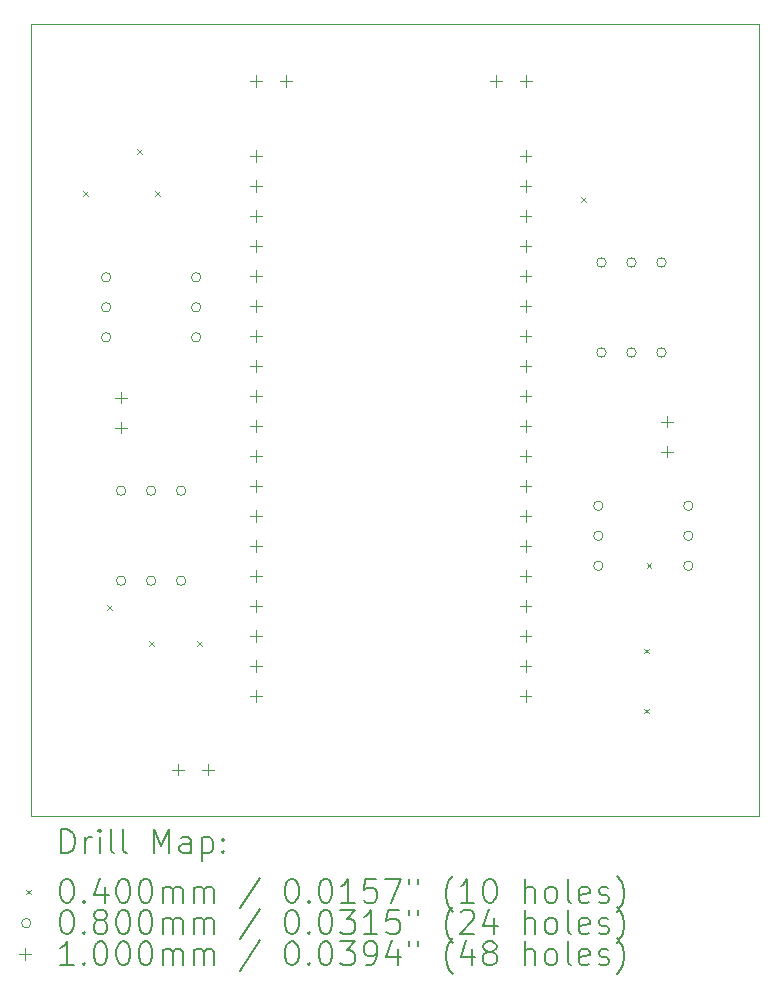
<source format=gbr>
%FSLAX45Y45*%
G04 Gerber Fmt 4.5, Leading zero omitted, Abs format (unit mm)*
G04 Created by KiCad (PCBNEW (6.0.2)) date 2022-12-04 09:31:24*
%MOMM*%
%LPD*%
G01*
G04 APERTURE LIST*
%TA.AperFunction,Profile*%
%ADD10C,0.050000*%
%TD*%
%ADD11C,0.200000*%
%ADD12C,0.040000*%
%ADD13C,0.080000*%
%ADD14C,0.100000*%
G04 APERTURE END LIST*
D10*
X15557500Y-11112500D02*
X9398000Y-11112500D01*
X9398000Y-11112500D02*
X9398000Y-4406900D01*
X9398000Y-4406900D02*
X15557500Y-4406900D01*
X15557500Y-4406900D02*
X15557500Y-11112500D01*
D11*
D12*
X9835200Y-5822000D02*
X9875200Y-5862000D01*
X9875200Y-5822000D02*
X9835200Y-5862000D01*
X10038400Y-9327200D02*
X10078400Y-9367200D01*
X10078400Y-9327200D02*
X10038400Y-9367200D01*
X10292400Y-5466400D02*
X10332400Y-5506400D01*
X10332400Y-5466400D02*
X10292400Y-5506400D01*
X10394000Y-9632000D02*
X10434000Y-9672000D01*
X10434000Y-9632000D02*
X10394000Y-9672000D01*
X10444800Y-5822000D02*
X10484800Y-5862000D01*
X10484800Y-5822000D02*
X10444800Y-5862000D01*
X10800400Y-9632000D02*
X10840400Y-9672000D01*
X10840400Y-9632000D02*
X10800400Y-9672000D01*
X14051600Y-5872800D02*
X14091600Y-5912800D01*
X14091600Y-5872800D02*
X14051600Y-5912800D01*
X14585000Y-9695500D02*
X14625000Y-9735500D01*
X14625000Y-9695500D02*
X14585000Y-9735500D01*
X14585000Y-10203500D02*
X14625000Y-10243500D01*
X14625000Y-10203500D02*
X14585000Y-10243500D01*
X14608900Y-8973100D02*
X14648900Y-9013100D01*
X14648900Y-8973100D02*
X14608900Y-9013100D01*
D13*
X10072000Y-6551700D02*
G75*
G03*
X10072000Y-6551700I-40000J0D01*
G01*
X10072000Y-6805700D02*
G75*
G03*
X10072000Y-6805700I-40000J0D01*
G01*
X10072000Y-7059700D02*
G75*
G03*
X10072000Y-7059700I-40000J0D01*
G01*
X10198500Y-8357600D02*
G75*
G03*
X10198500Y-8357600I-40000J0D01*
G01*
X10198500Y-9119600D02*
G75*
G03*
X10198500Y-9119600I-40000J0D01*
G01*
X10452500Y-8357600D02*
G75*
G03*
X10452500Y-8357600I-40000J0D01*
G01*
X10452500Y-9119600D02*
G75*
G03*
X10452500Y-9119600I-40000J0D01*
G01*
X10706500Y-8357600D02*
G75*
G03*
X10706500Y-8357600I-40000J0D01*
G01*
X10706500Y-9119600D02*
G75*
G03*
X10706500Y-9119600I-40000J0D01*
G01*
X10834000Y-6551700D02*
G75*
G03*
X10834000Y-6551700I-40000J0D01*
G01*
X10834000Y-6805700D02*
G75*
G03*
X10834000Y-6805700I-40000J0D01*
G01*
X10834000Y-7059700D02*
G75*
G03*
X10834000Y-7059700I-40000J0D01*
G01*
X14239600Y-8485100D02*
G75*
G03*
X14239600Y-8485100I-40000J0D01*
G01*
X14239600Y-8739100D02*
G75*
G03*
X14239600Y-8739100I-40000J0D01*
G01*
X14239600Y-8993100D02*
G75*
G03*
X14239600Y-8993100I-40000J0D01*
G01*
X14265500Y-6425200D02*
G75*
G03*
X14265500Y-6425200I-40000J0D01*
G01*
X14265500Y-7187200D02*
G75*
G03*
X14265500Y-7187200I-40000J0D01*
G01*
X14519500Y-6425200D02*
G75*
G03*
X14519500Y-6425200I-40000J0D01*
G01*
X14519500Y-7187200D02*
G75*
G03*
X14519500Y-7187200I-40000J0D01*
G01*
X14773500Y-6425200D02*
G75*
G03*
X14773500Y-6425200I-40000J0D01*
G01*
X14773500Y-7187200D02*
G75*
G03*
X14773500Y-7187200I-40000J0D01*
G01*
X15001600Y-8485100D02*
G75*
G03*
X15001600Y-8485100I-40000J0D01*
G01*
X15001600Y-8739100D02*
G75*
G03*
X15001600Y-8739100I-40000J0D01*
G01*
X15001600Y-8993100D02*
G75*
G03*
X15001600Y-8993100I-40000J0D01*
G01*
D14*
X10160000Y-7519200D02*
X10160000Y-7619200D01*
X10110000Y-7569200D02*
X10210000Y-7569200D01*
X10160000Y-7773200D02*
X10160000Y-7873200D01*
X10110000Y-7823200D02*
X10210000Y-7823200D01*
X10642100Y-10668800D02*
X10642100Y-10768800D01*
X10592100Y-10718800D02*
X10692100Y-10718800D01*
X10896100Y-10668800D02*
X10896100Y-10768800D01*
X10846100Y-10718800D02*
X10946100Y-10718800D01*
X11303000Y-4839500D02*
X11303000Y-4939500D01*
X11253000Y-4889500D02*
X11353000Y-4889500D01*
X11303000Y-5475500D02*
X11303000Y-5575500D01*
X11253000Y-5525500D02*
X11353000Y-5525500D01*
X11303000Y-5729500D02*
X11303000Y-5829500D01*
X11253000Y-5779500D02*
X11353000Y-5779500D01*
X11303000Y-5983500D02*
X11303000Y-6083500D01*
X11253000Y-6033500D02*
X11353000Y-6033500D01*
X11303000Y-6237500D02*
X11303000Y-6337500D01*
X11253000Y-6287500D02*
X11353000Y-6287500D01*
X11303000Y-6491500D02*
X11303000Y-6591500D01*
X11253000Y-6541500D02*
X11353000Y-6541500D01*
X11303000Y-6745500D02*
X11303000Y-6845500D01*
X11253000Y-6795500D02*
X11353000Y-6795500D01*
X11303000Y-6999500D02*
X11303000Y-7099500D01*
X11253000Y-7049500D02*
X11353000Y-7049500D01*
X11303000Y-7253500D02*
X11303000Y-7353500D01*
X11253000Y-7303500D02*
X11353000Y-7303500D01*
X11303000Y-7507500D02*
X11303000Y-7607500D01*
X11253000Y-7557500D02*
X11353000Y-7557500D01*
X11303000Y-7761500D02*
X11303000Y-7861500D01*
X11253000Y-7811500D02*
X11353000Y-7811500D01*
X11303000Y-8015500D02*
X11303000Y-8115500D01*
X11253000Y-8065500D02*
X11353000Y-8065500D01*
X11303000Y-8269500D02*
X11303000Y-8369500D01*
X11253000Y-8319500D02*
X11353000Y-8319500D01*
X11303000Y-8523500D02*
X11303000Y-8623500D01*
X11253000Y-8573500D02*
X11353000Y-8573500D01*
X11303000Y-8777500D02*
X11303000Y-8877500D01*
X11253000Y-8827500D02*
X11353000Y-8827500D01*
X11303000Y-9031500D02*
X11303000Y-9131500D01*
X11253000Y-9081500D02*
X11353000Y-9081500D01*
X11303000Y-9285500D02*
X11303000Y-9385500D01*
X11253000Y-9335500D02*
X11353000Y-9335500D01*
X11303000Y-9539500D02*
X11303000Y-9639500D01*
X11253000Y-9589500D02*
X11353000Y-9589500D01*
X11303000Y-9793500D02*
X11303000Y-9893500D01*
X11253000Y-9843500D02*
X11353000Y-9843500D01*
X11303000Y-10047500D02*
X11303000Y-10147500D01*
X11253000Y-10097500D02*
X11353000Y-10097500D01*
X11557000Y-4839500D02*
X11557000Y-4939500D01*
X11507000Y-4889500D02*
X11607000Y-4889500D01*
X13335000Y-4839500D02*
X13335000Y-4939500D01*
X13285000Y-4889500D02*
X13385000Y-4889500D01*
X13583000Y-5474500D02*
X13583000Y-5574500D01*
X13533000Y-5524500D02*
X13633000Y-5524500D01*
X13583000Y-5728500D02*
X13583000Y-5828500D01*
X13533000Y-5778500D02*
X13633000Y-5778500D01*
X13583000Y-5982500D02*
X13583000Y-6082500D01*
X13533000Y-6032500D02*
X13633000Y-6032500D01*
X13583000Y-6236500D02*
X13583000Y-6336500D01*
X13533000Y-6286500D02*
X13633000Y-6286500D01*
X13583000Y-6490500D02*
X13583000Y-6590500D01*
X13533000Y-6540500D02*
X13633000Y-6540500D01*
X13583000Y-6744500D02*
X13583000Y-6844500D01*
X13533000Y-6794500D02*
X13633000Y-6794500D01*
X13583000Y-6998500D02*
X13583000Y-7098500D01*
X13533000Y-7048500D02*
X13633000Y-7048500D01*
X13583000Y-7252500D02*
X13583000Y-7352500D01*
X13533000Y-7302500D02*
X13633000Y-7302500D01*
X13583000Y-7506500D02*
X13583000Y-7606500D01*
X13533000Y-7556500D02*
X13633000Y-7556500D01*
X13583000Y-7760500D02*
X13583000Y-7860500D01*
X13533000Y-7810500D02*
X13633000Y-7810500D01*
X13583000Y-8014500D02*
X13583000Y-8114500D01*
X13533000Y-8064500D02*
X13633000Y-8064500D01*
X13583000Y-8268500D02*
X13583000Y-8368500D01*
X13533000Y-8318500D02*
X13633000Y-8318500D01*
X13583000Y-8522500D02*
X13583000Y-8622500D01*
X13533000Y-8572500D02*
X13633000Y-8572500D01*
X13583000Y-8776500D02*
X13583000Y-8876500D01*
X13533000Y-8826500D02*
X13633000Y-8826500D01*
X13583000Y-9030500D02*
X13583000Y-9130500D01*
X13533000Y-9080500D02*
X13633000Y-9080500D01*
X13583000Y-9284500D02*
X13583000Y-9384500D01*
X13533000Y-9334500D02*
X13633000Y-9334500D01*
X13583000Y-9538500D02*
X13583000Y-9638500D01*
X13533000Y-9588500D02*
X13633000Y-9588500D01*
X13583000Y-9792500D02*
X13583000Y-9892500D01*
X13533000Y-9842500D02*
X13633000Y-9842500D01*
X13583000Y-10046500D02*
X13583000Y-10146500D01*
X13533000Y-10096500D02*
X13633000Y-10096500D01*
X13589000Y-4839500D02*
X13589000Y-4939500D01*
X13539000Y-4889500D02*
X13639000Y-4889500D01*
X14782800Y-7722400D02*
X14782800Y-7822400D01*
X14732800Y-7772400D02*
X14832800Y-7772400D01*
X14782800Y-7976400D02*
X14782800Y-8076400D01*
X14732800Y-8026400D02*
X14832800Y-8026400D01*
D11*
X9653119Y-11425476D02*
X9653119Y-11225476D01*
X9700738Y-11225476D01*
X9729310Y-11235000D01*
X9748357Y-11254048D01*
X9757881Y-11273095D01*
X9767405Y-11311190D01*
X9767405Y-11339762D01*
X9757881Y-11377857D01*
X9748357Y-11396905D01*
X9729310Y-11415952D01*
X9700738Y-11425476D01*
X9653119Y-11425476D01*
X9853119Y-11425476D02*
X9853119Y-11292143D01*
X9853119Y-11330238D02*
X9862643Y-11311190D01*
X9872167Y-11301667D01*
X9891214Y-11292143D01*
X9910262Y-11292143D01*
X9976929Y-11425476D02*
X9976929Y-11292143D01*
X9976929Y-11225476D02*
X9967405Y-11235000D01*
X9976929Y-11244524D01*
X9986452Y-11235000D01*
X9976929Y-11225476D01*
X9976929Y-11244524D01*
X10100738Y-11425476D02*
X10081690Y-11415952D01*
X10072167Y-11396905D01*
X10072167Y-11225476D01*
X10205500Y-11425476D02*
X10186452Y-11415952D01*
X10176929Y-11396905D01*
X10176929Y-11225476D01*
X10434071Y-11425476D02*
X10434071Y-11225476D01*
X10500738Y-11368333D01*
X10567405Y-11225476D01*
X10567405Y-11425476D01*
X10748357Y-11425476D02*
X10748357Y-11320714D01*
X10738833Y-11301667D01*
X10719786Y-11292143D01*
X10681690Y-11292143D01*
X10662643Y-11301667D01*
X10748357Y-11415952D02*
X10729310Y-11425476D01*
X10681690Y-11425476D01*
X10662643Y-11415952D01*
X10653119Y-11396905D01*
X10653119Y-11377857D01*
X10662643Y-11358809D01*
X10681690Y-11349286D01*
X10729310Y-11349286D01*
X10748357Y-11339762D01*
X10843595Y-11292143D02*
X10843595Y-11492143D01*
X10843595Y-11301667D02*
X10862643Y-11292143D01*
X10900738Y-11292143D01*
X10919786Y-11301667D01*
X10929310Y-11311190D01*
X10938833Y-11330238D01*
X10938833Y-11387381D01*
X10929310Y-11406428D01*
X10919786Y-11415952D01*
X10900738Y-11425476D01*
X10862643Y-11425476D01*
X10843595Y-11415952D01*
X11024548Y-11406428D02*
X11034071Y-11415952D01*
X11024548Y-11425476D01*
X11015024Y-11415952D01*
X11024548Y-11406428D01*
X11024548Y-11425476D01*
X11024548Y-11301667D02*
X11034071Y-11311190D01*
X11024548Y-11320714D01*
X11015024Y-11311190D01*
X11024548Y-11301667D01*
X11024548Y-11320714D01*
D12*
X9355500Y-11735000D02*
X9395500Y-11775000D01*
X9395500Y-11735000D02*
X9355500Y-11775000D01*
D11*
X9691214Y-11645476D02*
X9710262Y-11645476D01*
X9729310Y-11655000D01*
X9738833Y-11664524D01*
X9748357Y-11683571D01*
X9757881Y-11721667D01*
X9757881Y-11769286D01*
X9748357Y-11807381D01*
X9738833Y-11826428D01*
X9729310Y-11835952D01*
X9710262Y-11845476D01*
X9691214Y-11845476D01*
X9672167Y-11835952D01*
X9662643Y-11826428D01*
X9653119Y-11807381D01*
X9643595Y-11769286D01*
X9643595Y-11721667D01*
X9653119Y-11683571D01*
X9662643Y-11664524D01*
X9672167Y-11655000D01*
X9691214Y-11645476D01*
X9843595Y-11826428D02*
X9853119Y-11835952D01*
X9843595Y-11845476D01*
X9834071Y-11835952D01*
X9843595Y-11826428D01*
X9843595Y-11845476D01*
X10024548Y-11712143D02*
X10024548Y-11845476D01*
X9976929Y-11635952D02*
X9929310Y-11778809D01*
X10053119Y-11778809D01*
X10167405Y-11645476D02*
X10186452Y-11645476D01*
X10205500Y-11655000D01*
X10215024Y-11664524D01*
X10224548Y-11683571D01*
X10234071Y-11721667D01*
X10234071Y-11769286D01*
X10224548Y-11807381D01*
X10215024Y-11826428D01*
X10205500Y-11835952D01*
X10186452Y-11845476D01*
X10167405Y-11845476D01*
X10148357Y-11835952D01*
X10138833Y-11826428D01*
X10129310Y-11807381D01*
X10119786Y-11769286D01*
X10119786Y-11721667D01*
X10129310Y-11683571D01*
X10138833Y-11664524D01*
X10148357Y-11655000D01*
X10167405Y-11645476D01*
X10357881Y-11645476D02*
X10376929Y-11645476D01*
X10395976Y-11655000D01*
X10405500Y-11664524D01*
X10415024Y-11683571D01*
X10424548Y-11721667D01*
X10424548Y-11769286D01*
X10415024Y-11807381D01*
X10405500Y-11826428D01*
X10395976Y-11835952D01*
X10376929Y-11845476D01*
X10357881Y-11845476D01*
X10338833Y-11835952D01*
X10329310Y-11826428D01*
X10319786Y-11807381D01*
X10310262Y-11769286D01*
X10310262Y-11721667D01*
X10319786Y-11683571D01*
X10329310Y-11664524D01*
X10338833Y-11655000D01*
X10357881Y-11645476D01*
X10510262Y-11845476D02*
X10510262Y-11712143D01*
X10510262Y-11731190D02*
X10519786Y-11721667D01*
X10538833Y-11712143D01*
X10567405Y-11712143D01*
X10586452Y-11721667D01*
X10595976Y-11740714D01*
X10595976Y-11845476D01*
X10595976Y-11740714D02*
X10605500Y-11721667D01*
X10624548Y-11712143D01*
X10653119Y-11712143D01*
X10672167Y-11721667D01*
X10681690Y-11740714D01*
X10681690Y-11845476D01*
X10776929Y-11845476D02*
X10776929Y-11712143D01*
X10776929Y-11731190D02*
X10786452Y-11721667D01*
X10805500Y-11712143D01*
X10834071Y-11712143D01*
X10853119Y-11721667D01*
X10862643Y-11740714D01*
X10862643Y-11845476D01*
X10862643Y-11740714D02*
X10872167Y-11721667D01*
X10891214Y-11712143D01*
X10919786Y-11712143D01*
X10938833Y-11721667D01*
X10948357Y-11740714D01*
X10948357Y-11845476D01*
X11338833Y-11635952D02*
X11167405Y-11893095D01*
X11595976Y-11645476D02*
X11615024Y-11645476D01*
X11634071Y-11655000D01*
X11643595Y-11664524D01*
X11653119Y-11683571D01*
X11662643Y-11721667D01*
X11662643Y-11769286D01*
X11653119Y-11807381D01*
X11643595Y-11826428D01*
X11634071Y-11835952D01*
X11615024Y-11845476D01*
X11595976Y-11845476D01*
X11576928Y-11835952D01*
X11567405Y-11826428D01*
X11557881Y-11807381D01*
X11548357Y-11769286D01*
X11548357Y-11721667D01*
X11557881Y-11683571D01*
X11567405Y-11664524D01*
X11576928Y-11655000D01*
X11595976Y-11645476D01*
X11748357Y-11826428D02*
X11757881Y-11835952D01*
X11748357Y-11845476D01*
X11738833Y-11835952D01*
X11748357Y-11826428D01*
X11748357Y-11845476D01*
X11881690Y-11645476D02*
X11900738Y-11645476D01*
X11919786Y-11655000D01*
X11929309Y-11664524D01*
X11938833Y-11683571D01*
X11948357Y-11721667D01*
X11948357Y-11769286D01*
X11938833Y-11807381D01*
X11929309Y-11826428D01*
X11919786Y-11835952D01*
X11900738Y-11845476D01*
X11881690Y-11845476D01*
X11862643Y-11835952D01*
X11853119Y-11826428D01*
X11843595Y-11807381D01*
X11834071Y-11769286D01*
X11834071Y-11721667D01*
X11843595Y-11683571D01*
X11853119Y-11664524D01*
X11862643Y-11655000D01*
X11881690Y-11645476D01*
X12138833Y-11845476D02*
X12024548Y-11845476D01*
X12081690Y-11845476D02*
X12081690Y-11645476D01*
X12062643Y-11674048D01*
X12043595Y-11693095D01*
X12024548Y-11702619D01*
X12319786Y-11645476D02*
X12224548Y-11645476D01*
X12215024Y-11740714D01*
X12224548Y-11731190D01*
X12243595Y-11721667D01*
X12291214Y-11721667D01*
X12310262Y-11731190D01*
X12319786Y-11740714D01*
X12329309Y-11759762D01*
X12329309Y-11807381D01*
X12319786Y-11826428D01*
X12310262Y-11835952D01*
X12291214Y-11845476D01*
X12243595Y-11845476D01*
X12224548Y-11835952D01*
X12215024Y-11826428D01*
X12395976Y-11645476D02*
X12529309Y-11645476D01*
X12443595Y-11845476D01*
X12595976Y-11645476D02*
X12595976Y-11683571D01*
X12672167Y-11645476D02*
X12672167Y-11683571D01*
X12967405Y-11921667D02*
X12957881Y-11912143D01*
X12938833Y-11883571D01*
X12929309Y-11864524D01*
X12919786Y-11835952D01*
X12910262Y-11788333D01*
X12910262Y-11750238D01*
X12919786Y-11702619D01*
X12929309Y-11674048D01*
X12938833Y-11655000D01*
X12957881Y-11626428D01*
X12967405Y-11616905D01*
X13148357Y-11845476D02*
X13034071Y-11845476D01*
X13091214Y-11845476D02*
X13091214Y-11645476D01*
X13072167Y-11674048D01*
X13053119Y-11693095D01*
X13034071Y-11702619D01*
X13272167Y-11645476D02*
X13291214Y-11645476D01*
X13310262Y-11655000D01*
X13319786Y-11664524D01*
X13329309Y-11683571D01*
X13338833Y-11721667D01*
X13338833Y-11769286D01*
X13329309Y-11807381D01*
X13319786Y-11826428D01*
X13310262Y-11835952D01*
X13291214Y-11845476D01*
X13272167Y-11845476D01*
X13253119Y-11835952D01*
X13243595Y-11826428D01*
X13234071Y-11807381D01*
X13224548Y-11769286D01*
X13224548Y-11721667D01*
X13234071Y-11683571D01*
X13243595Y-11664524D01*
X13253119Y-11655000D01*
X13272167Y-11645476D01*
X13576928Y-11845476D02*
X13576928Y-11645476D01*
X13662643Y-11845476D02*
X13662643Y-11740714D01*
X13653119Y-11721667D01*
X13634071Y-11712143D01*
X13605500Y-11712143D01*
X13586452Y-11721667D01*
X13576928Y-11731190D01*
X13786452Y-11845476D02*
X13767405Y-11835952D01*
X13757881Y-11826428D01*
X13748357Y-11807381D01*
X13748357Y-11750238D01*
X13757881Y-11731190D01*
X13767405Y-11721667D01*
X13786452Y-11712143D01*
X13815024Y-11712143D01*
X13834071Y-11721667D01*
X13843595Y-11731190D01*
X13853119Y-11750238D01*
X13853119Y-11807381D01*
X13843595Y-11826428D01*
X13834071Y-11835952D01*
X13815024Y-11845476D01*
X13786452Y-11845476D01*
X13967405Y-11845476D02*
X13948357Y-11835952D01*
X13938833Y-11816905D01*
X13938833Y-11645476D01*
X14119786Y-11835952D02*
X14100738Y-11845476D01*
X14062643Y-11845476D01*
X14043595Y-11835952D01*
X14034071Y-11816905D01*
X14034071Y-11740714D01*
X14043595Y-11721667D01*
X14062643Y-11712143D01*
X14100738Y-11712143D01*
X14119786Y-11721667D01*
X14129309Y-11740714D01*
X14129309Y-11759762D01*
X14034071Y-11778809D01*
X14205500Y-11835952D02*
X14224548Y-11845476D01*
X14262643Y-11845476D01*
X14281690Y-11835952D01*
X14291214Y-11816905D01*
X14291214Y-11807381D01*
X14281690Y-11788333D01*
X14262643Y-11778809D01*
X14234071Y-11778809D01*
X14215024Y-11769286D01*
X14205500Y-11750238D01*
X14205500Y-11740714D01*
X14215024Y-11721667D01*
X14234071Y-11712143D01*
X14262643Y-11712143D01*
X14281690Y-11721667D01*
X14357881Y-11921667D02*
X14367405Y-11912143D01*
X14386452Y-11883571D01*
X14395976Y-11864524D01*
X14405500Y-11835952D01*
X14415024Y-11788333D01*
X14415024Y-11750238D01*
X14405500Y-11702619D01*
X14395976Y-11674048D01*
X14386452Y-11655000D01*
X14367405Y-11626428D01*
X14357881Y-11616905D01*
D13*
X9395500Y-12019000D02*
G75*
G03*
X9395500Y-12019000I-40000J0D01*
G01*
D11*
X9691214Y-11909476D02*
X9710262Y-11909476D01*
X9729310Y-11919000D01*
X9738833Y-11928524D01*
X9748357Y-11947571D01*
X9757881Y-11985667D01*
X9757881Y-12033286D01*
X9748357Y-12071381D01*
X9738833Y-12090428D01*
X9729310Y-12099952D01*
X9710262Y-12109476D01*
X9691214Y-12109476D01*
X9672167Y-12099952D01*
X9662643Y-12090428D01*
X9653119Y-12071381D01*
X9643595Y-12033286D01*
X9643595Y-11985667D01*
X9653119Y-11947571D01*
X9662643Y-11928524D01*
X9672167Y-11919000D01*
X9691214Y-11909476D01*
X9843595Y-12090428D02*
X9853119Y-12099952D01*
X9843595Y-12109476D01*
X9834071Y-12099952D01*
X9843595Y-12090428D01*
X9843595Y-12109476D01*
X9967405Y-11995190D02*
X9948357Y-11985667D01*
X9938833Y-11976143D01*
X9929310Y-11957095D01*
X9929310Y-11947571D01*
X9938833Y-11928524D01*
X9948357Y-11919000D01*
X9967405Y-11909476D01*
X10005500Y-11909476D01*
X10024548Y-11919000D01*
X10034071Y-11928524D01*
X10043595Y-11947571D01*
X10043595Y-11957095D01*
X10034071Y-11976143D01*
X10024548Y-11985667D01*
X10005500Y-11995190D01*
X9967405Y-11995190D01*
X9948357Y-12004714D01*
X9938833Y-12014238D01*
X9929310Y-12033286D01*
X9929310Y-12071381D01*
X9938833Y-12090428D01*
X9948357Y-12099952D01*
X9967405Y-12109476D01*
X10005500Y-12109476D01*
X10024548Y-12099952D01*
X10034071Y-12090428D01*
X10043595Y-12071381D01*
X10043595Y-12033286D01*
X10034071Y-12014238D01*
X10024548Y-12004714D01*
X10005500Y-11995190D01*
X10167405Y-11909476D02*
X10186452Y-11909476D01*
X10205500Y-11919000D01*
X10215024Y-11928524D01*
X10224548Y-11947571D01*
X10234071Y-11985667D01*
X10234071Y-12033286D01*
X10224548Y-12071381D01*
X10215024Y-12090428D01*
X10205500Y-12099952D01*
X10186452Y-12109476D01*
X10167405Y-12109476D01*
X10148357Y-12099952D01*
X10138833Y-12090428D01*
X10129310Y-12071381D01*
X10119786Y-12033286D01*
X10119786Y-11985667D01*
X10129310Y-11947571D01*
X10138833Y-11928524D01*
X10148357Y-11919000D01*
X10167405Y-11909476D01*
X10357881Y-11909476D02*
X10376929Y-11909476D01*
X10395976Y-11919000D01*
X10405500Y-11928524D01*
X10415024Y-11947571D01*
X10424548Y-11985667D01*
X10424548Y-12033286D01*
X10415024Y-12071381D01*
X10405500Y-12090428D01*
X10395976Y-12099952D01*
X10376929Y-12109476D01*
X10357881Y-12109476D01*
X10338833Y-12099952D01*
X10329310Y-12090428D01*
X10319786Y-12071381D01*
X10310262Y-12033286D01*
X10310262Y-11985667D01*
X10319786Y-11947571D01*
X10329310Y-11928524D01*
X10338833Y-11919000D01*
X10357881Y-11909476D01*
X10510262Y-12109476D02*
X10510262Y-11976143D01*
X10510262Y-11995190D02*
X10519786Y-11985667D01*
X10538833Y-11976143D01*
X10567405Y-11976143D01*
X10586452Y-11985667D01*
X10595976Y-12004714D01*
X10595976Y-12109476D01*
X10595976Y-12004714D02*
X10605500Y-11985667D01*
X10624548Y-11976143D01*
X10653119Y-11976143D01*
X10672167Y-11985667D01*
X10681690Y-12004714D01*
X10681690Y-12109476D01*
X10776929Y-12109476D02*
X10776929Y-11976143D01*
X10776929Y-11995190D02*
X10786452Y-11985667D01*
X10805500Y-11976143D01*
X10834071Y-11976143D01*
X10853119Y-11985667D01*
X10862643Y-12004714D01*
X10862643Y-12109476D01*
X10862643Y-12004714D02*
X10872167Y-11985667D01*
X10891214Y-11976143D01*
X10919786Y-11976143D01*
X10938833Y-11985667D01*
X10948357Y-12004714D01*
X10948357Y-12109476D01*
X11338833Y-11899952D02*
X11167405Y-12157095D01*
X11595976Y-11909476D02*
X11615024Y-11909476D01*
X11634071Y-11919000D01*
X11643595Y-11928524D01*
X11653119Y-11947571D01*
X11662643Y-11985667D01*
X11662643Y-12033286D01*
X11653119Y-12071381D01*
X11643595Y-12090428D01*
X11634071Y-12099952D01*
X11615024Y-12109476D01*
X11595976Y-12109476D01*
X11576928Y-12099952D01*
X11567405Y-12090428D01*
X11557881Y-12071381D01*
X11548357Y-12033286D01*
X11548357Y-11985667D01*
X11557881Y-11947571D01*
X11567405Y-11928524D01*
X11576928Y-11919000D01*
X11595976Y-11909476D01*
X11748357Y-12090428D02*
X11757881Y-12099952D01*
X11748357Y-12109476D01*
X11738833Y-12099952D01*
X11748357Y-12090428D01*
X11748357Y-12109476D01*
X11881690Y-11909476D02*
X11900738Y-11909476D01*
X11919786Y-11919000D01*
X11929309Y-11928524D01*
X11938833Y-11947571D01*
X11948357Y-11985667D01*
X11948357Y-12033286D01*
X11938833Y-12071381D01*
X11929309Y-12090428D01*
X11919786Y-12099952D01*
X11900738Y-12109476D01*
X11881690Y-12109476D01*
X11862643Y-12099952D01*
X11853119Y-12090428D01*
X11843595Y-12071381D01*
X11834071Y-12033286D01*
X11834071Y-11985667D01*
X11843595Y-11947571D01*
X11853119Y-11928524D01*
X11862643Y-11919000D01*
X11881690Y-11909476D01*
X12015024Y-11909476D02*
X12138833Y-11909476D01*
X12072167Y-11985667D01*
X12100738Y-11985667D01*
X12119786Y-11995190D01*
X12129309Y-12004714D01*
X12138833Y-12023762D01*
X12138833Y-12071381D01*
X12129309Y-12090428D01*
X12119786Y-12099952D01*
X12100738Y-12109476D01*
X12043595Y-12109476D01*
X12024548Y-12099952D01*
X12015024Y-12090428D01*
X12329309Y-12109476D02*
X12215024Y-12109476D01*
X12272167Y-12109476D02*
X12272167Y-11909476D01*
X12253119Y-11938048D01*
X12234071Y-11957095D01*
X12215024Y-11966619D01*
X12510262Y-11909476D02*
X12415024Y-11909476D01*
X12405500Y-12004714D01*
X12415024Y-11995190D01*
X12434071Y-11985667D01*
X12481690Y-11985667D01*
X12500738Y-11995190D01*
X12510262Y-12004714D01*
X12519786Y-12023762D01*
X12519786Y-12071381D01*
X12510262Y-12090428D01*
X12500738Y-12099952D01*
X12481690Y-12109476D01*
X12434071Y-12109476D01*
X12415024Y-12099952D01*
X12405500Y-12090428D01*
X12595976Y-11909476D02*
X12595976Y-11947571D01*
X12672167Y-11909476D02*
X12672167Y-11947571D01*
X12967405Y-12185667D02*
X12957881Y-12176143D01*
X12938833Y-12147571D01*
X12929309Y-12128524D01*
X12919786Y-12099952D01*
X12910262Y-12052333D01*
X12910262Y-12014238D01*
X12919786Y-11966619D01*
X12929309Y-11938048D01*
X12938833Y-11919000D01*
X12957881Y-11890428D01*
X12967405Y-11880905D01*
X13034071Y-11928524D02*
X13043595Y-11919000D01*
X13062643Y-11909476D01*
X13110262Y-11909476D01*
X13129309Y-11919000D01*
X13138833Y-11928524D01*
X13148357Y-11947571D01*
X13148357Y-11966619D01*
X13138833Y-11995190D01*
X13024548Y-12109476D01*
X13148357Y-12109476D01*
X13319786Y-11976143D02*
X13319786Y-12109476D01*
X13272167Y-11899952D02*
X13224548Y-12042809D01*
X13348357Y-12042809D01*
X13576928Y-12109476D02*
X13576928Y-11909476D01*
X13662643Y-12109476D02*
X13662643Y-12004714D01*
X13653119Y-11985667D01*
X13634071Y-11976143D01*
X13605500Y-11976143D01*
X13586452Y-11985667D01*
X13576928Y-11995190D01*
X13786452Y-12109476D02*
X13767405Y-12099952D01*
X13757881Y-12090428D01*
X13748357Y-12071381D01*
X13748357Y-12014238D01*
X13757881Y-11995190D01*
X13767405Y-11985667D01*
X13786452Y-11976143D01*
X13815024Y-11976143D01*
X13834071Y-11985667D01*
X13843595Y-11995190D01*
X13853119Y-12014238D01*
X13853119Y-12071381D01*
X13843595Y-12090428D01*
X13834071Y-12099952D01*
X13815024Y-12109476D01*
X13786452Y-12109476D01*
X13967405Y-12109476D02*
X13948357Y-12099952D01*
X13938833Y-12080905D01*
X13938833Y-11909476D01*
X14119786Y-12099952D02*
X14100738Y-12109476D01*
X14062643Y-12109476D01*
X14043595Y-12099952D01*
X14034071Y-12080905D01*
X14034071Y-12004714D01*
X14043595Y-11985667D01*
X14062643Y-11976143D01*
X14100738Y-11976143D01*
X14119786Y-11985667D01*
X14129309Y-12004714D01*
X14129309Y-12023762D01*
X14034071Y-12042809D01*
X14205500Y-12099952D02*
X14224548Y-12109476D01*
X14262643Y-12109476D01*
X14281690Y-12099952D01*
X14291214Y-12080905D01*
X14291214Y-12071381D01*
X14281690Y-12052333D01*
X14262643Y-12042809D01*
X14234071Y-12042809D01*
X14215024Y-12033286D01*
X14205500Y-12014238D01*
X14205500Y-12004714D01*
X14215024Y-11985667D01*
X14234071Y-11976143D01*
X14262643Y-11976143D01*
X14281690Y-11985667D01*
X14357881Y-12185667D02*
X14367405Y-12176143D01*
X14386452Y-12147571D01*
X14395976Y-12128524D01*
X14405500Y-12099952D01*
X14415024Y-12052333D01*
X14415024Y-12014238D01*
X14405500Y-11966619D01*
X14395976Y-11938048D01*
X14386452Y-11919000D01*
X14367405Y-11890428D01*
X14357881Y-11880905D01*
D14*
X9345500Y-12233000D02*
X9345500Y-12333000D01*
X9295500Y-12283000D02*
X9395500Y-12283000D01*
D11*
X9757881Y-12373476D02*
X9643595Y-12373476D01*
X9700738Y-12373476D02*
X9700738Y-12173476D01*
X9681690Y-12202048D01*
X9662643Y-12221095D01*
X9643595Y-12230619D01*
X9843595Y-12354428D02*
X9853119Y-12363952D01*
X9843595Y-12373476D01*
X9834071Y-12363952D01*
X9843595Y-12354428D01*
X9843595Y-12373476D01*
X9976929Y-12173476D02*
X9995976Y-12173476D01*
X10015024Y-12183000D01*
X10024548Y-12192524D01*
X10034071Y-12211571D01*
X10043595Y-12249667D01*
X10043595Y-12297286D01*
X10034071Y-12335381D01*
X10024548Y-12354428D01*
X10015024Y-12363952D01*
X9995976Y-12373476D01*
X9976929Y-12373476D01*
X9957881Y-12363952D01*
X9948357Y-12354428D01*
X9938833Y-12335381D01*
X9929310Y-12297286D01*
X9929310Y-12249667D01*
X9938833Y-12211571D01*
X9948357Y-12192524D01*
X9957881Y-12183000D01*
X9976929Y-12173476D01*
X10167405Y-12173476D02*
X10186452Y-12173476D01*
X10205500Y-12183000D01*
X10215024Y-12192524D01*
X10224548Y-12211571D01*
X10234071Y-12249667D01*
X10234071Y-12297286D01*
X10224548Y-12335381D01*
X10215024Y-12354428D01*
X10205500Y-12363952D01*
X10186452Y-12373476D01*
X10167405Y-12373476D01*
X10148357Y-12363952D01*
X10138833Y-12354428D01*
X10129310Y-12335381D01*
X10119786Y-12297286D01*
X10119786Y-12249667D01*
X10129310Y-12211571D01*
X10138833Y-12192524D01*
X10148357Y-12183000D01*
X10167405Y-12173476D01*
X10357881Y-12173476D02*
X10376929Y-12173476D01*
X10395976Y-12183000D01*
X10405500Y-12192524D01*
X10415024Y-12211571D01*
X10424548Y-12249667D01*
X10424548Y-12297286D01*
X10415024Y-12335381D01*
X10405500Y-12354428D01*
X10395976Y-12363952D01*
X10376929Y-12373476D01*
X10357881Y-12373476D01*
X10338833Y-12363952D01*
X10329310Y-12354428D01*
X10319786Y-12335381D01*
X10310262Y-12297286D01*
X10310262Y-12249667D01*
X10319786Y-12211571D01*
X10329310Y-12192524D01*
X10338833Y-12183000D01*
X10357881Y-12173476D01*
X10510262Y-12373476D02*
X10510262Y-12240143D01*
X10510262Y-12259190D02*
X10519786Y-12249667D01*
X10538833Y-12240143D01*
X10567405Y-12240143D01*
X10586452Y-12249667D01*
X10595976Y-12268714D01*
X10595976Y-12373476D01*
X10595976Y-12268714D02*
X10605500Y-12249667D01*
X10624548Y-12240143D01*
X10653119Y-12240143D01*
X10672167Y-12249667D01*
X10681690Y-12268714D01*
X10681690Y-12373476D01*
X10776929Y-12373476D02*
X10776929Y-12240143D01*
X10776929Y-12259190D02*
X10786452Y-12249667D01*
X10805500Y-12240143D01*
X10834071Y-12240143D01*
X10853119Y-12249667D01*
X10862643Y-12268714D01*
X10862643Y-12373476D01*
X10862643Y-12268714D02*
X10872167Y-12249667D01*
X10891214Y-12240143D01*
X10919786Y-12240143D01*
X10938833Y-12249667D01*
X10948357Y-12268714D01*
X10948357Y-12373476D01*
X11338833Y-12163952D02*
X11167405Y-12421095D01*
X11595976Y-12173476D02*
X11615024Y-12173476D01*
X11634071Y-12183000D01*
X11643595Y-12192524D01*
X11653119Y-12211571D01*
X11662643Y-12249667D01*
X11662643Y-12297286D01*
X11653119Y-12335381D01*
X11643595Y-12354428D01*
X11634071Y-12363952D01*
X11615024Y-12373476D01*
X11595976Y-12373476D01*
X11576928Y-12363952D01*
X11567405Y-12354428D01*
X11557881Y-12335381D01*
X11548357Y-12297286D01*
X11548357Y-12249667D01*
X11557881Y-12211571D01*
X11567405Y-12192524D01*
X11576928Y-12183000D01*
X11595976Y-12173476D01*
X11748357Y-12354428D02*
X11757881Y-12363952D01*
X11748357Y-12373476D01*
X11738833Y-12363952D01*
X11748357Y-12354428D01*
X11748357Y-12373476D01*
X11881690Y-12173476D02*
X11900738Y-12173476D01*
X11919786Y-12183000D01*
X11929309Y-12192524D01*
X11938833Y-12211571D01*
X11948357Y-12249667D01*
X11948357Y-12297286D01*
X11938833Y-12335381D01*
X11929309Y-12354428D01*
X11919786Y-12363952D01*
X11900738Y-12373476D01*
X11881690Y-12373476D01*
X11862643Y-12363952D01*
X11853119Y-12354428D01*
X11843595Y-12335381D01*
X11834071Y-12297286D01*
X11834071Y-12249667D01*
X11843595Y-12211571D01*
X11853119Y-12192524D01*
X11862643Y-12183000D01*
X11881690Y-12173476D01*
X12015024Y-12173476D02*
X12138833Y-12173476D01*
X12072167Y-12249667D01*
X12100738Y-12249667D01*
X12119786Y-12259190D01*
X12129309Y-12268714D01*
X12138833Y-12287762D01*
X12138833Y-12335381D01*
X12129309Y-12354428D01*
X12119786Y-12363952D01*
X12100738Y-12373476D01*
X12043595Y-12373476D01*
X12024548Y-12363952D01*
X12015024Y-12354428D01*
X12234071Y-12373476D02*
X12272167Y-12373476D01*
X12291214Y-12363952D01*
X12300738Y-12354428D01*
X12319786Y-12325857D01*
X12329309Y-12287762D01*
X12329309Y-12211571D01*
X12319786Y-12192524D01*
X12310262Y-12183000D01*
X12291214Y-12173476D01*
X12253119Y-12173476D01*
X12234071Y-12183000D01*
X12224548Y-12192524D01*
X12215024Y-12211571D01*
X12215024Y-12259190D01*
X12224548Y-12278238D01*
X12234071Y-12287762D01*
X12253119Y-12297286D01*
X12291214Y-12297286D01*
X12310262Y-12287762D01*
X12319786Y-12278238D01*
X12329309Y-12259190D01*
X12500738Y-12240143D02*
X12500738Y-12373476D01*
X12453119Y-12163952D02*
X12405500Y-12306809D01*
X12529309Y-12306809D01*
X12595976Y-12173476D02*
X12595976Y-12211571D01*
X12672167Y-12173476D02*
X12672167Y-12211571D01*
X12967405Y-12449667D02*
X12957881Y-12440143D01*
X12938833Y-12411571D01*
X12929309Y-12392524D01*
X12919786Y-12363952D01*
X12910262Y-12316333D01*
X12910262Y-12278238D01*
X12919786Y-12230619D01*
X12929309Y-12202048D01*
X12938833Y-12183000D01*
X12957881Y-12154428D01*
X12967405Y-12144905D01*
X13129309Y-12240143D02*
X13129309Y-12373476D01*
X13081690Y-12163952D02*
X13034071Y-12306809D01*
X13157881Y-12306809D01*
X13262643Y-12259190D02*
X13243595Y-12249667D01*
X13234071Y-12240143D01*
X13224548Y-12221095D01*
X13224548Y-12211571D01*
X13234071Y-12192524D01*
X13243595Y-12183000D01*
X13262643Y-12173476D01*
X13300738Y-12173476D01*
X13319786Y-12183000D01*
X13329309Y-12192524D01*
X13338833Y-12211571D01*
X13338833Y-12221095D01*
X13329309Y-12240143D01*
X13319786Y-12249667D01*
X13300738Y-12259190D01*
X13262643Y-12259190D01*
X13243595Y-12268714D01*
X13234071Y-12278238D01*
X13224548Y-12297286D01*
X13224548Y-12335381D01*
X13234071Y-12354428D01*
X13243595Y-12363952D01*
X13262643Y-12373476D01*
X13300738Y-12373476D01*
X13319786Y-12363952D01*
X13329309Y-12354428D01*
X13338833Y-12335381D01*
X13338833Y-12297286D01*
X13329309Y-12278238D01*
X13319786Y-12268714D01*
X13300738Y-12259190D01*
X13576928Y-12373476D02*
X13576928Y-12173476D01*
X13662643Y-12373476D02*
X13662643Y-12268714D01*
X13653119Y-12249667D01*
X13634071Y-12240143D01*
X13605500Y-12240143D01*
X13586452Y-12249667D01*
X13576928Y-12259190D01*
X13786452Y-12373476D02*
X13767405Y-12363952D01*
X13757881Y-12354428D01*
X13748357Y-12335381D01*
X13748357Y-12278238D01*
X13757881Y-12259190D01*
X13767405Y-12249667D01*
X13786452Y-12240143D01*
X13815024Y-12240143D01*
X13834071Y-12249667D01*
X13843595Y-12259190D01*
X13853119Y-12278238D01*
X13853119Y-12335381D01*
X13843595Y-12354428D01*
X13834071Y-12363952D01*
X13815024Y-12373476D01*
X13786452Y-12373476D01*
X13967405Y-12373476D02*
X13948357Y-12363952D01*
X13938833Y-12344905D01*
X13938833Y-12173476D01*
X14119786Y-12363952D02*
X14100738Y-12373476D01*
X14062643Y-12373476D01*
X14043595Y-12363952D01*
X14034071Y-12344905D01*
X14034071Y-12268714D01*
X14043595Y-12249667D01*
X14062643Y-12240143D01*
X14100738Y-12240143D01*
X14119786Y-12249667D01*
X14129309Y-12268714D01*
X14129309Y-12287762D01*
X14034071Y-12306809D01*
X14205500Y-12363952D02*
X14224548Y-12373476D01*
X14262643Y-12373476D01*
X14281690Y-12363952D01*
X14291214Y-12344905D01*
X14291214Y-12335381D01*
X14281690Y-12316333D01*
X14262643Y-12306809D01*
X14234071Y-12306809D01*
X14215024Y-12297286D01*
X14205500Y-12278238D01*
X14205500Y-12268714D01*
X14215024Y-12249667D01*
X14234071Y-12240143D01*
X14262643Y-12240143D01*
X14281690Y-12249667D01*
X14357881Y-12449667D02*
X14367405Y-12440143D01*
X14386452Y-12411571D01*
X14395976Y-12392524D01*
X14405500Y-12363952D01*
X14415024Y-12316333D01*
X14415024Y-12278238D01*
X14405500Y-12230619D01*
X14395976Y-12202048D01*
X14386452Y-12183000D01*
X14367405Y-12154428D01*
X14357881Y-12144905D01*
M02*

</source>
